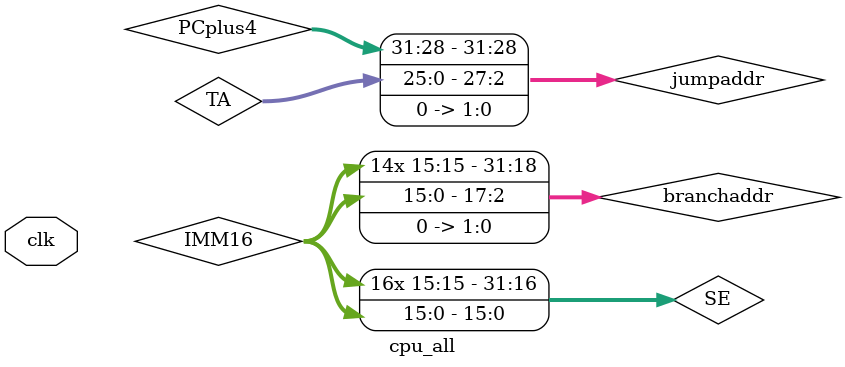
<source format=v>

`include "regfile.v"
`include "memory.v"
`include "basicbuildingblocks.v"
`include "alu.v"
`include "instructiondecoder.v"
`include "lut.v"

module cpu_all
(
    input 	          clk
  //,
    //output reg [31:0] regDa,
    //output reg [31:0] regDb
);

    // control wires
    wire RegDst, RegWr, MemWr, MemToReg, ALUsrc, IsJump, IsJAL, IsJR, IsBranch;
    wire [2:0] ALUctrl;
    wire [31:0]      datain;
    // decoder wires
    wire [5:0] OP, FUNCT;
    wire [4:0] RT, RS, RD, SHAMT;
    wire [15:0] IMM16;
    wire [25:0] TA;
    // unused wires
    wire aluadd4carryout, aluadd4zero, aluadd4overflow, aluaddcarryout, aluaddzero, aluaddoverflow, carryout;
    // sort later
    wire [31:0] isjrout, PCplus4, shift2, aluaddsum, isbranchout, isjumpout, mem2regout, alusrcout, INSTRUCT;
    wire zero, overflow;
    wire [31:0] regDa, regDb, regDin, SE, result;
    wire [4:0] Rint, regAw;
    wire [31:0] PCcount, jumpaddr, branchaddr;
    wire [31:0] memout, instruction;

    memory mem(.clk(clk),
                    .WrEn(MemWr),
                    .DataAddr(result),
                    .DataIn(regDb),
                    .DataOut(memout),
                    .InstrAddr(PCcount),
                    .Instruction(instruction));

    instructiondecoder decoder(.OP(OP),
                    .RT(RT),
                    .RS(RS),
                    .RD(RD),
                    .IMM16(IMM16),
                    .TA(TA),
                    .SHAMT(SHAMT),
                    .FUNCT(FUNCT),
                    .instruction(instruction));

    instructionLUT lut(.OP(OP),
                    .FUNCT(FUNCT),
                    .zero(zero),
                    .overflow(overflow),
                    .RegDst(RegDst),
                    .RegWr(RegWr),
                    .MemWr(MemWr),
                    .MemToReg(MemToReg),
                    .ALUctrl(ALUctrl),
                    .ALUsrc(ALUsrc),
                    .IsJump(IsJump),
                    .IsJAL(IsJAL),
                    .IsJR(IsJR),
                    .IsBranch(IsBranch));

    dff #(32) pccounter(.trigger(clk),
                    .enable(1'b1),
                    .d(isjrout),
                    .q(PCcount));

    assign PCplus4 = PCcount + 32'h00000004;

    assign jumpaddr = {PCplus4[31:28], TA, 2'b00};
    assign branchaddr = {{14{IMM16[15]}}, IMM16, 2'b00};

    mux2 #(32) muxshift2(.in0(jumpaddr),
                    .in1(branchaddr),
                    .sel(IsBranch),
                    .out(shift2));

    assign aluaddsum = PCplus4 + shift2;

    mux2 #(32) muxisbranch(.in0(PCplus4),
                    .in1(aluaddsum),
                    .sel(IsBranch),
                    .out(isbranchout));

    mux2 #(32) muxisjump(.in0(isbranchout),
                    .in1(shift2),
                    .sel(IsJump),
                    .out(isjumpout));

    mux2 #(32) muxisjr(.in0(isjumpout),
                    .in1(regDa),
                    .sel(IsJR),
                    .out(isjrout));

    mux2 #(5) muxregdst(.in0(RT),
                    .in1(RD),
                    .sel(RegDst),
                    .out(Rint));

    mux2 #(5) muxixjalaw(.in0(Rint),
                    .in1(5'd31),
                    .sel(IsJAL),
                    .out(regAw));

    mux2 #(32) muxisjaldin(.in0(mem2regout),
                    .in1(PCplus4),
                    .sel(IsJAL),
                    .out(regDin));

    regfile register(.ReadData1(regDa),
                    .ReadData2(regDb),
                    .WriteData(regDin),
                    .ReadRegister1(RS),
                    .ReadRegister2(RT),
                    .WriteRegister(regAw),
                    .RegWrite(RegWr),
                    .Clk(clk));

    ALU alumain(.carryout(carryout),
                    .zero(zero),
                    .overflow(overflow),
                    .result(result),
                    .operandA(regDa),
                    .operandB(alusrcout),
                    .command(ALUctrl));

    assign SE = {{16{IMM16[15]}}, IMM16};

    mux2 #(32) muxalusrc(.in0(regDb),
                    .in1(SE),
                    .sel(ALUsrc),
                    .out(alusrcout));

    mux2 #(32) muxmem2reg(.in0(result),
                    .in1(memout),
                    .sel(MemToReg),
                    .out(mem2regout));

endmodule

</source>
